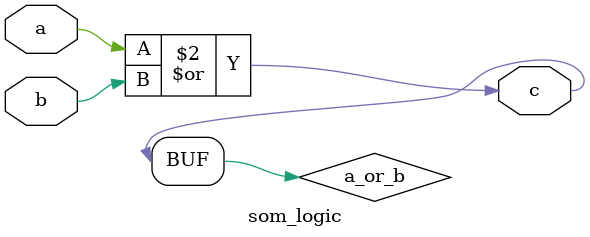
<source format=v>
module som_logic (
    input a,
    input b,
    output c
    );


    // Declare internal nets
    wire a_not;
    wire a_or_b;

    // The order of the assignmets in NOT important
    assign c = a_or_b;
    assign a_not = ~a;
    assign a_or_b = a | b;

endmodule

</source>
